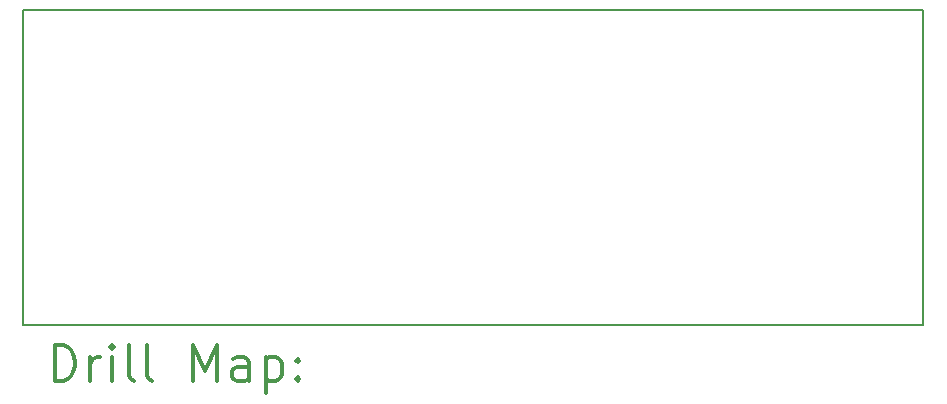
<source format=gbr>
%FSLAX45Y45*%
G04 Gerber Fmt 4.5, Leading zero omitted, Abs format (unit mm)*
G04 Created by KiCad (PCBNEW 0.201601242101+6509~42~ubuntu15.10.1-product) date Mon 25 Jan 2016 07:14:47 PM CET*
%MOMM*%
G01*
G04 APERTURE LIST*
%ADD10C,0.127000*%
%ADD11C,0.150000*%
%ADD12C,0.200000*%
%ADD13C,0.300000*%
G04 APERTURE END LIST*
D10*
D11*
X7620000Y-13360400D02*
X7620000Y-12039600D01*
X15240000Y-13360400D02*
X7620000Y-13360400D01*
X15240000Y-10693400D02*
X15240000Y-13360400D01*
X7620000Y-10693400D02*
X15240000Y-10693400D01*
X7620000Y-12065000D02*
X7620000Y-10693400D01*
D12*
D13*
X7883928Y-13833614D02*
X7883928Y-13533614D01*
X7955357Y-13533614D01*
X7998214Y-13547900D01*
X8026786Y-13576471D01*
X8041071Y-13605043D01*
X8055357Y-13662186D01*
X8055357Y-13705043D01*
X8041071Y-13762186D01*
X8026786Y-13790757D01*
X7998214Y-13819329D01*
X7955357Y-13833614D01*
X7883928Y-13833614D01*
X8183928Y-13833614D02*
X8183928Y-13633614D01*
X8183928Y-13690757D02*
X8198214Y-13662186D01*
X8212500Y-13647900D01*
X8241071Y-13633614D01*
X8269643Y-13633614D01*
X8369643Y-13833614D02*
X8369643Y-13633614D01*
X8369643Y-13533614D02*
X8355357Y-13547900D01*
X8369643Y-13562186D01*
X8383928Y-13547900D01*
X8369643Y-13533614D01*
X8369643Y-13562186D01*
X8555357Y-13833614D02*
X8526786Y-13819329D01*
X8512500Y-13790757D01*
X8512500Y-13533614D01*
X8712500Y-13833614D02*
X8683929Y-13819329D01*
X8669643Y-13790757D01*
X8669643Y-13533614D01*
X9055357Y-13833614D02*
X9055357Y-13533614D01*
X9155357Y-13747900D01*
X9255357Y-13533614D01*
X9255357Y-13833614D01*
X9526786Y-13833614D02*
X9526786Y-13676471D01*
X9512500Y-13647900D01*
X9483929Y-13633614D01*
X9426786Y-13633614D01*
X9398214Y-13647900D01*
X9526786Y-13819329D02*
X9498214Y-13833614D01*
X9426786Y-13833614D01*
X9398214Y-13819329D01*
X9383929Y-13790757D01*
X9383929Y-13762186D01*
X9398214Y-13733614D01*
X9426786Y-13719329D01*
X9498214Y-13719329D01*
X9526786Y-13705043D01*
X9669643Y-13633614D02*
X9669643Y-13933614D01*
X9669643Y-13647900D02*
X9698214Y-13633614D01*
X9755357Y-13633614D01*
X9783929Y-13647900D01*
X9798214Y-13662186D01*
X9812500Y-13690757D01*
X9812500Y-13776471D01*
X9798214Y-13805043D01*
X9783929Y-13819329D01*
X9755357Y-13833614D01*
X9698214Y-13833614D01*
X9669643Y-13819329D01*
X9941071Y-13805043D02*
X9955357Y-13819329D01*
X9941071Y-13833614D01*
X9926786Y-13819329D01*
X9941071Y-13805043D01*
X9941071Y-13833614D01*
X9941071Y-13647900D02*
X9955357Y-13662186D01*
X9941071Y-13676471D01*
X9926786Y-13662186D01*
X9941071Y-13647900D01*
X9941071Y-13676471D01*
M02*

</source>
